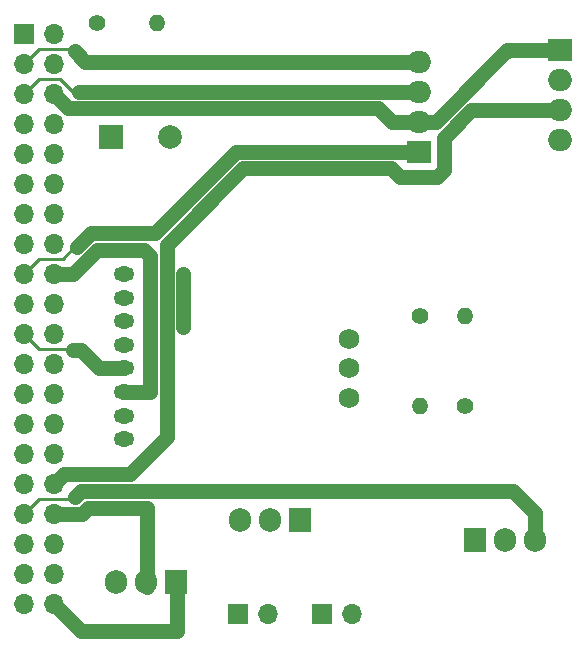
<source format=gbl>
G04 #@! TF.GenerationSoftware,KiCad,Pcbnew,(5.0.0-rc2-dev-482-gf81c77cd4)*
G04 #@! TF.CreationDate,2018-05-24T19:51:43+02:00*
G04 #@! TF.ProjectId,ha_plattform,68615F706C617474666F726D2E6B6963,rev?*
G04 #@! TF.SameCoordinates,Original*
G04 #@! TF.FileFunction,Copper,L2,Bot,Signal*
G04 #@! TF.FilePolarity,Positive*
%FSLAX46Y46*%
G04 Gerber Fmt 4.6, Leading zero omitted, Abs format (unit mm)*
G04 Created by KiCad (PCBNEW (5.0.0-rc2-dev-482-gf81c77cd4)) date Thu May 24 19:51:43 2018*
%MOMM*%
%LPD*%
G01*
G04 APERTURE LIST*
%ADD10R,2.000000X2.000000*%
%ADD11C,2.000000*%
%ADD12R,1.905000X2.000000*%
%ADD13O,1.905000X2.000000*%
%ADD14O,1.400000X1.400000*%
%ADD15C,1.400000*%
%ADD16R,1.700000X1.700000*%
%ADD17O,1.700000X1.700000*%
%ADD18R,2.000000X1.905000*%
%ADD19O,2.000000X1.905000*%
%ADD20O,1.750000X1.300000*%
%ADD21C,1.750000*%
%ADD22C,0.600000*%
%ADD23C,0.250000*%
%ADD24C,1.270000*%
G04 APERTURE END LIST*
D10*
X29240000Y-32360000D03*
D11*
X34240000Y-32360000D03*
D12*
X34740000Y-70040000D03*
D13*
X32200000Y-70040000D03*
X29660000Y-70040000D03*
D14*
X55370000Y-55140000D03*
D15*
X55370000Y-47520000D03*
D16*
X21844000Y-23622000D03*
D17*
X24384000Y-23622000D03*
X21844000Y-26162000D03*
X24384000Y-26162000D03*
X21844000Y-28702000D03*
X24384000Y-28702000D03*
X21844000Y-31242000D03*
X24384000Y-31242000D03*
X21844000Y-33782000D03*
X24384000Y-33782000D03*
X21844000Y-36322000D03*
X24384000Y-36322000D03*
X21844000Y-38862000D03*
X24384000Y-38862000D03*
X21844000Y-41402000D03*
X24384000Y-41402000D03*
X21844000Y-43942000D03*
X24384000Y-43942000D03*
X21844000Y-46482000D03*
X24384000Y-46482000D03*
X21844000Y-49022000D03*
X24384000Y-49022000D03*
X21844000Y-51562000D03*
X24384000Y-51562000D03*
X21844000Y-54102000D03*
X24384000Y-54102000D03*
X21844000Y-56642000D03*
X24384000Y-56642000D03*
X21844000Y-59182000D03*
X24384000Y-59182000D03*
X21844000Y-61722000D03*
X24384000Y-61722000D03*
X21844000Y-64262000D03*
X24384000Y-64262000D03*
X21844000Y-66802000D03*
X24384000Y-66802000D03*
X21844000Y-69342000D03*
X24384000Y-69342000D03*
X21844000Y-71882000D03*
X24384000Y-71882000D03*
D18*
X67200000Y-25020000D03*
D19*
X67200000Y-27560000D03*
X67200000Y-30100000D03*
X67200000Y-32640000D03*
D12*
X60040000Y-66460000D03*
D13*
X62580000Y-66460000D03*
X65120000Y-66460000D03*
D20*
X30353000Y-43942000D03*
X30353000Y-45942000D03*
X30353000Y-47942000D03*
X30353000Y-49942000D03*
X30353000Y-51942000D03*
X30353000Y-53942000D03*
X30353000Y-55942000D03*
X30353000Y-57942000D03*
D21*
X49353000Y-54442000D03*
X49353000Y-51942000D03*
X49353000Y-49442000D03*
D13*
X40132000Y-64770000D03*
X42672000Y-64770000D03*
D12*
X45212000Y-64770000D03*
D18*
X55250000Y-33600000D03*
D19*
X55250000Y-31060000D03*
X55250000Y-28520000D03*
X55250000Y-25980000D03*
D16*
X47117000Y-72771000D03*
D17*
X49657000Y-72771000D03*
X42545000Y-72771000D03*
D16*
X40005000Y-72771000D03*
D15*
X28067000Y-22733000D03*
D14*
X33147000Y-22733000D03*
X59160000Y-47540000D03*
D15*
X59160000Y-55160000D03*
D22*
X35325020Y-43960000D03*
X35325020Y-48380000D03*
D23*
X26500000Y-28520000D02*
X26000000Y-28520000D01*
X26000000Y-28520000D02*
X24930000Y-27450000D01*
X23096000Y-27450000D02*
X21844000Y-28702000D01*
X24930000Y-27450000D02*
X23096000Y-27450000D01*
D24*
X55250000Y-28520000D02*
X52980000Y-28520000D01*
X55250000Y-28520000D02*
X26500000Y-28520000D01*
X27020000Y-25980000D02*
X26140000Y-25100000D01*
D23*
X23106000Y-24900000D02*
X21844000Y-26162000D01*
X26140000Y-25100000D02*
X26040000Y-25000000D01*
X25940000Y-24900000D02*
X26140000Y-25100000D01*
X24610000Y-24900000D02*
X25940000Y-24900000D01*
X24610000Y-24900000D02*
X23106000Y-24900000D01*
X24980000Y-24900000D02*
X24610000Y-24900000D01*
D24*
X55250000Y-25980000D02*
X27020000Y-25980000D01*
X32498000Y-53942000D02*
X32531000Y-53975000D01*
X30353000Y-53942000D02*
X32498000Y-53942000D01*
X32531000Y-53975000D02*
X32531000Y-42437000D01*
X32531000Y-42437000D02*
X32004000Y-41910000D01*
X32004000Y-41910000D02*
X28067000Y-41910000D01*
X26035000Y-43942000D02*
X24384000Y-43942000D01*
X28067000Y-41910000D02*
X26035000Y-43942000D01*
X28208000Y-51942000D02*
X26685000Y-50419000D01*
X30353000Y-51942000D02*
X28208000Y-51942000D01*
X26685000Y-50419000D02*
X26035000Y-50419000D01*
D23*
X21844000Y-49022000D02*
X23114000Y-50292000D01*
X25908000Y-50292000D02*
X26035000Y-50419000D01*
X23114000Y-50292000D02*
X25908000Y-50292000D01*
D24*
X62771000Y-25019000D02*
X62782000Y-25030000D01*
X56730000Y-31060000D02*
X62771000Y-25019000D01*
X25599010Y-29917010D02*
X25233999Y-29551999D01*
X25233999Y-29551999D02*
X24384000Y-28702000D01*
X51837010Y-29917010D02*
X25599010Y-29917010D01*
X52980000Y-31060000D02*
X51837010Y-29917010D01*
X55250000Y-31060000D02*
X52980000Y-31060000D01*
X55250000Y-31060000D02*
X56730000Y-31060000D01*
X62772000Y-25020000D02*
X67200000Y-25020000D01*
X62771000Y-25019000D02*
X62772000Y-25020000D01*
X26670000Y-62357000D02*
X26162000Y-62865000D01*
D23*
X26035000Y-62992000D02*
X26162000Y-62865000D01*
X21844000Y-64262000D02*
X23114000Y-62992000D01*
X23114000Y-62992000D02*
X26035000Y-62992000D01*
D24*
X63287000Y-62357000D02*
X62520000Y-62357000D01*
X65120000Y-66460000D02*
X65120000Y-64190000D01*
X65120000Y-64190000D02*
X63287000Y-62357000D01*
X62520000Y-62357000D02*
X26670000Y-62357000D01*
X33928010Y-41471422D02*
X33928010Y-57736012D01*
X33928010Y-57736012D02*
X30792021Y-60872001D01*
X40402422Y-34997010D02*
X33928010Y-41471422D01*
X57430000Y-35100000D02*
X56810000Y-35720000D01*
X57430000Y-32390000D02*
X57430000Y-35100000D01*
X25233999Y-60872001D02*
X24384000Y-61722000D01*
X30792021Y-60872001D02*
X25233999Y-60872001D01*
X56810000Y-35720000D02*
X53650000Y-35720000D01*
X59721000Y-30099000D02*
X57430000Y-32390000D01*
X59732000Y-30110000D02*
X59721000Y-30099000D01*
X52927010Y-34997010D02*
X40402422Y-34997010D01*
X53650000Y-35720000D02*
X52927010Y-34997010D01*
X59742000Y-30100000D02*
X67200000Y-30100000D01*
X59732000Y-30110000D02*
X59742000Y-30100000D01*
X34798000Y-70532500D02*
X34840000Y-70574500D01*
X34798000Y-70485000D02*
X34798000Y-70532500D01*
X34830000Y-74162990D02*
X34798000Y-74130990D01*
X26632990Y-74162990D02*
X34830000Y-74162990D01*
X24384000Y-71882000D02*
X26632990Y-74130990D01*
X34798000Y-74130990D02*
X34798000Y-70485000D01*
X26632990Y-74130990D02*
X26632990Y-74162990D01*
X25586081Y-64262000D02*
X24384000Y-64262000D01*
X32258000Y-70485000D02*
X32258000Y-68215000D01*
X32260000Y-63754010D02*
X27248660Y-63754010D01*
X32260000Y-68213000D02*
X32260000Y-63754010D01*
X27248660Y-63754010D02*
X26740670Y-64262000D01*
X26740670Y-64262000D02*
X25586081Y-64262000D01*
X32910772Y-40512990D02*
X27488339Y-40512991D01*
X39823762Y-33600000D02*
X32910772Y-40512990D01*
X27488339Y-40512991D02*
X26305665Y-41695665D01*
D23*
X26305665Y-41695665D02*
X26084335Y-41695665D01*
X26084335Y-41695665D02*
X25110000Y-42670000D01*
X23116000Y-42670000D02*
X21844000Y-43942000D01*
X25110000Y-42670000D02*
X23116000Y-42670000D01*
D24*
X35325020Y-43960000D02*
X35325020Y-43960000D01*
X35325020Y-46995020D02*
X35325020Y-46995020D01*
X35325020Y-46995020D02*
X35325020Y-43960000D01*
X35325020Y-46995020D02*
X35325020Y-48380000D01*
X35325020Y-48380000D02*
X35325020Y-48410000D01*
X55250000Y-33600000D02*
X39823762Y-33600000D01*
M02*

</source>
